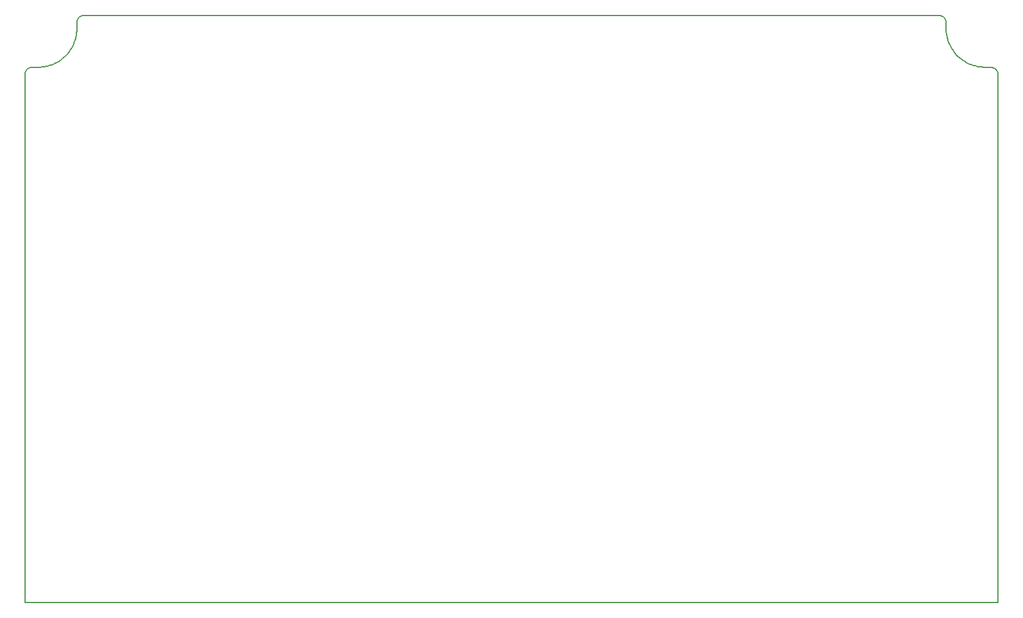
<source format=gbr>
G04 #@! TF.GenerationSoftware,KiCad,Pcbnew,5.1.6*
G04 #@! TF.CreationDate,2020-09-20T17:11:26+01:00*
G04 #@! TF.ProjectId,Phaser,50686173-6572-42e6-9b69-6361645f7063,V2.0*
G04 #@! TF.SameCoordinates,Original*
G04 #@! TF.FileFunction,Profile,NP*
%FSLAX46Y46*%
G04 Gerber Fmt 4.6, Leading zero omitted, Abs format (unit mm)*
G04 Created by KiCad (PCBNEW 5.1.6) date 2020-09-20 17:11:26*
%MOMM*%
%LPD*%
G01*
G04 APERTURE LIST*
G04 #@! TA.AperFunction,Profile*
%ADD10C,0.200000*%
G04 #@! TD*
G04 APERTURE END LIST*
D10*
X63010000Y-121666000D02*
X201010000Y-121666000D01*
X201010000Y-121666000D02*
X201011978Y-46676260D01*
X200394925Y-45752683D02*
X200195330Y-45693547D01*
X200195330Y-45693547D02*
X200012321Y-45676602D01*
X200719227Y-45969354D02*
X200557476Y-45838346D01*
X200557476Y-45838346D02*
X200394925Y-45752683D01*
X200935897Y-46293656D02*
X200836604Y-46110704D01*
X200836604Y-46110704D02*
X200719227Y-45969354D01*
X201011978Y-46676260D02*
X200990246Y-46469185D01*
X200990246Y-46469185D02*
X200935897Y-46293656D01*
X200012321Y-45676602D02*
X199160093Y-45676602D01*
X194080423Y-42282809D02*
X194006471Y-42094403D01*
X194006471Y-42094403D02*
X193939550Y-41903393D01*
X193939550Y-41903393D02*
X193879712Y-41710045D01*
X193879712Y-41710045D02*
X193827011Y-41514624D01*
X193827011Y-41514624D02*
X193781499Y-41317397D01*
X193781499Y-41317397D02*
X193743230Y-41118629D01*
X193743230Y-41118629D02*
X193712258Y-40918586D01*
X193712258Y-40918586D02*
X193688635Y-40717534D01*
X193688635Y-40717534D02*
X193672415Y-40515740D01*
X193672415Y-40515740D02*
X193663652Y-40313468D01*
X193663652Y-40313468D02*
X193661978Y-40178487D01*
X195272110Y-44066470D02*
X195131692Y-43920728D01*
X195131692Y-43920728D02*
X194996774Y-43769887D01*
X194996774Y-43769887D02*
X194867506Y-43614174D01*
X194867506Y-43614174D02*
X194744041Y-43453815D01*
X194744041Y-43453815D02*
X194626530Y-43289039D01*
X194626530Y-43289039D02*
X194515125Y-43120071D01*
X194515125Y-43120071D02*
X194409977Y-42947139D01*
X194409977Y-42947139D02*
X194311238Y-42770470D01*
X194311238Y-42770470D02*
X194219061Y-42590291D01*
X194219061Y-42590291D02*
X194133595Y-42406828D01*
X194133595Y-42406828D02*
X194080423Y-42282809D01*
X197055771Y-45258157D02*
X196870246Y-45177250D01*
X196870246Y-45177250D02*
X196687853Y-45089531D01*
X196687853Y-45089531D02*
X196508818Y-44995149D01*
X196508818Y-44995149D02*
X196333370Y-44894257D01*
X196333370Y-44894257D02*
X196161734Y-44787007D01*
X196161734Y-44787007D02*
X195994138Y-44673549D01*
X195994138Y-44673549D02*
X195830809Y-44554037D01*
X195830809Y-44554037D02*
X195671974Y-44428621D01*
X195671974Y-44428621D02*
X195517859Y-44297453D01*
X195517859Y-44297453D02*
X195368693Y-44160685D01*
X195368693Y-44160685D02*
X195272110Y-44066470D01*
X199160093Y-45676602D02*
X198957651Y-45672838D01*
X198957651Y-45672838D02*
X198755509Y-45661583D01*
X198755509Y-45661583D02*
X198553933Y-45642889D01*
X198553933Y-45642889D02*
X198353188Y-45616811D01*
X198353188Y-45616811D02*
X198153540Y-45583400D01*
X198153540Y-45583400D02*
X197955256Y-45542711D01*
X197955256Y-45542711D02*
X197758601Y-45494797D01*
X197758601Y-45494797D02*
X197563842Y-45439711D01*
X197563842Y-45439711D02*
X197371243Y-45377506D01*
X197371243Y-45377506D02*
X197181072Y-45308236D01*
X197181072Y-45308236D02*
X197055771Y-45258157D01*
X193661978Y-40178487D02*
X193661978Y-39326260D01*
X193044925Y-38402683D02*
X192845330Y-38343547D01*
X192845330Y-38343547D02*
X192662321Y-38326602D01*
X193369227Y-38619354D02*
X193207476Y-38488346D01*
X193207476Y-38488346D02*
X193044925Y-38402683D01*
X193585897Y-38943656D02*
X193486604Y-38760704D01*
X193486604Y-38760704D02*
X193369227Y-38619354D01*
X193661978Y-39326260D02*
X193640246Y-39119185D01*
X193640246Y-39119185D02*
X193585897Y-38943656D01*
X192662321Y-38326602D02*
X71361444Y-38326602D01*
X70437868Y-38943656D02*
X70378732Y-39143250D01*
X70378732Y-39143250D02*
X70361787Y-39326260D01*
X70654538Y-38619354D02*
X70523531Y-38781103D01*
X70523531Y-38781103D02*
X70437868Y-38943656D01*
X70978840Y-38402683D02*
X70795889Y-38501975D01*
X70795889Y-38501975D02*
X70654538Y-38619354D01*
X71361444Y-38326602D02*
X71154369Y-38348333D01*
X71154369Y-38348333D02*
X70978840Y-38402683D01*
X70361787Y-39326260D02*
X70361787Y-40178487D01*
X66967994Y-45258157D02*
X66779588Y-45332108D01*
X66779588Y-45332108D02*
X66588578Y-45399029D01*
X66588578Y-45399029D02*
X66395230Y-45458867D01*
X66395230Y-45458867D02*
X66199809Y-45511568D01*
X66199809Y-45511568D02*
X66002582Y-45557080D01*
X66002582Y-45557080D02*
X65803814Y-45595349D01*
X65803814Y-45595349D02*
X65603771Y-45626321D01*
X65603771Y-45626321D02*
X65402719Y-45649944D01*
X65402719Y-45649944D02*
X65200925Y-45666164D01*
X65200925Y-45666164D02*
X64998653Y-45674927D01*
X64998653Y-45674927D02*
X64863672Y-45676602D01*
X68751655Y-44066470D02*
X68605913Y-44206887D01*
X68605913Y-44206887D02*
X68455072Y-44341805D01*
X68455072Y-44341805D02*
X68299359Y-44471073D01*
X68299359Y-44471073D02*
X68139000Y-44594538D01*
X68139000Y-44594538D02*
X67974224Y-44712049D01*
X67974224Y-44712049D02*
X67805256Y-44823454D01*
X67805256Y-44823454D02*
X67632324Y-44928602D01*
X67632324Y-44928602D02*
X67455655Y-45027341D01*
X67455655Y-45027341D02*
X67275476Y-45119518D01*
X67275476Y-45119518D02*
X67092013Y-45204984D01*
X67092013Y-45204984D02*
X66967994Y-45258157D01*
X69943342Y-42282809D02*
X69862435Y-42468333D01*
X69862435Y-42468333D02*
X69774716Y-42650726D01*
X69774716Y-42650726D02*
X69680334Y-42829761D01*
X69680334Y-42829761D02*
X69579442Y-43005209D01*
X69579442Y-43005209D02*
X69472192Y-43176845D01*
X69472192Y-43176845D02*
X69358734Y-43344441D01*
X69358734Y-43344441D02*
X69239222Y-43507770D01*
X69239222Y-43507770D02*
X69113806Y-43666605D01*
X69113806Y-43666605D02*
X68982638Y-43820720D01*
X68982638Y-43820720D02*
X68845870Y-43969886D01*
X68845870Y-43969886D02*
X68751655Y-44066470D01*
X70361787Y-40178487D02*
X70358023Y-40380928D01*
X70358023Y-40380928D02*
X70346768Y-40583071D01*
X70346768Y-40583071D02*
X70328074Y-40784647D01*
X70328074Y-40784647D02*
X70301996Y-40985392D01*
X70301996Y-40985392D02*
X70268585Y-41185039D01*
X70268585Y-41185039D02*
X70227896Y-41383324D01*
X70227896Y-41383324D02*
X70179982Y-41579978D01*
X70179982Y-41579978D02*
X70124896Y-41774738D01*
X70124896Y-41774738D02*
X70062691Y-41967336D01*
X70062691Y-41967336D02*
X69993421Y-42157507D01*
X69993421Y-42157507D02*
X69943342Y-42282809D01*
X64863672Y-45676602D02*
X64011444Y-45676602D01*
X63087868Y-46293656D02*
X63028732Y-46493250D01*
X63028732Y-46493250D02*
X63011787Y-46676260D01*
X63304538Y-45969354D02*
X63173531Y-46131103D01*
X63173531Y-46131103D02*
X63087868Y-46293656D01*
X63628840Y-45752683D02*
X63445889Y-45851975D01*
X63445889Y-45851975D02*
X63304538Y-45969354D01*
X64011444Y-45676602D02*
X63804369Y-45698333D01*
X63804369Y-45698333D02*
X63628840Y-45752683D01*
X63011787Y-46676260D02*
X63010000Y-121666000D01*
M02*

</source>
